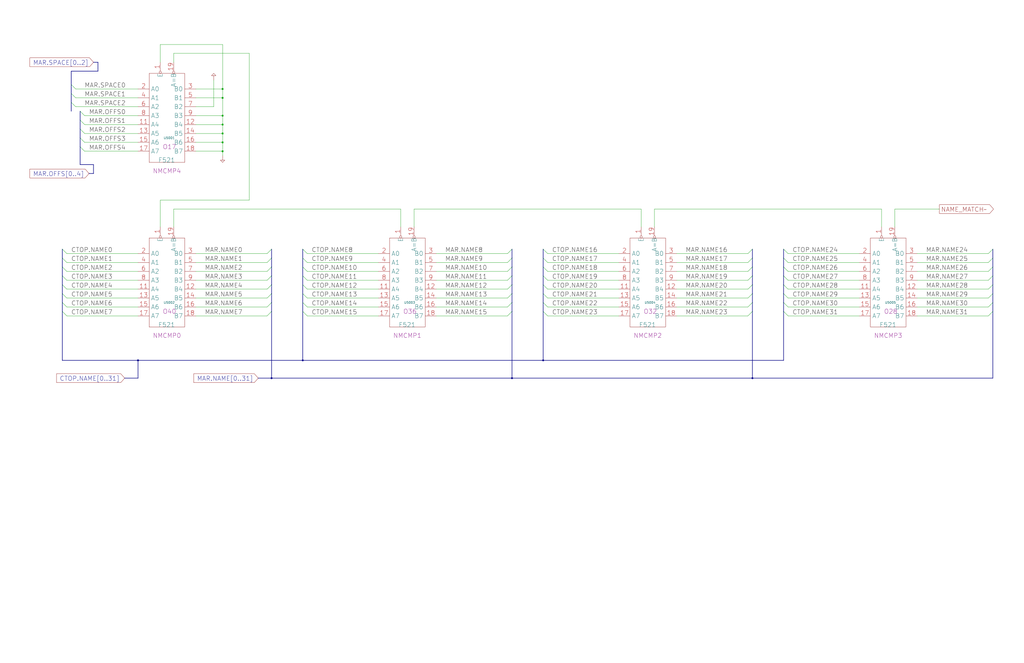
<source format=kicad_sch>
(kicad_sch (version 20250114) (generator "eeschema") (generator_version "9.0")
  (paper "User" 584.2 378.46)
  (title_block (title "CSA NAME COMPARE") (date "20-MAR-90") (rev "1.0") (comment 1 "FIU") (comment 2 "232-003065") (comment 3 "S400") (comment 4 "RELEASED"))
  (lib_symbols
    (symbol "r1000:F521" (pin_names (offset 1.016))
      (property "Reference" "U" (at 2.54 5.08 0))
      (property "Value" "F521" (at -3.81 -7.62 0))
      (property "Location" "___" (at -1.27 0 0))
      (property "Name" "______" (at 1.27 -15.24 0))
      (symbol "F521_1_1"
        (rectangle (start -8.89 41.91) (end 11.43 -8.89))
        (circle (center -2.54 42.545) (radius 0.635))
        (circle (center 5.08 42.545) (radius 0.635))
        (pin input line (at -15.24 33.02 0) (length 6.35) (name "A0") (number "2"))
        (pin input line (at -15.24 27.94 0) (length 6.35) (name "A1") (number "4"))
        (pin input line (at -15.24 22.86 0) (length 6.35) (name "A2") (number "6"))
        (pin input line (at -15.24 17.78 0) (length 6.35) (name "A3") (number "8"))
        (pin input line (at -15.24 12.7 0) (length 6.35) (name "A4") (number "11"))
        (pin input line (at -15.24 7.62 0) (length 6.35) (name "A5") (number "13"))
        (pin input line (at -15.24 2.54 0) (length 6.35) (name "A6") (number "15"))
        (pin input line (at -15.24 -2.54 0) (length 6.35) (name "A7") (number "17"))
        (pin input line (at -2.54 48.26 270) (length 5.08) (name "E") (number "1"))
        (pin output line (at 5.08 48.26 270) (length 5.08) (name "A=B") (number "19"))
        (pin input line (at 17.78 33.02 180) (length 6.35) (name "B0") (number "3"))
        (pin input line (at 17.78 27.94 180) (length 6.35) (name "B1") (number "5"))
        (pin input line (at 17.78 22.86 180) (length 6.35) (name "B2") (number "7"))
        (pin input line (at 17.78 17.78 180) (length 6.35) (name "B3") (number "9"))
        (pin input line (at 17.78 12.7 180) (length 6.35) (name "B4") (number "12"))
        (pin input line (at 17.78 7.62 180) (length 6.35) (name "B5") (number "14"))
        (pin input line (at 17.78 2.54 180) (length 6.35) (name "B6") (number "16"))
        (pin input line (at 17.78 -2.54 180) (length 6.35) (name "B7") (number "18"))
      )
    )
    (symbol "r1000:PD" (power) (pin_numbers (hide yes)) (pin_names (hide yes)) (in_bom no)
      (symbol "PD_0_1"
        (polyline (pts (xy 0 -2.54) (xy 1.27 -2.54) (xy 0 -3.81) (xy -1.27 -2.54) (xy 0 -2.54)) (stroke (width 0.1524)))
      )
      (symbol "PD_1_1"
        (pin power_in line (at 0 0 270) (length 2.54) (name "PD") (number "1"))
      )
    )
    (symbol "r1000:PU" (power) (pin_numbers (hide yes)) (pin_names (hide yes))
      (symbol "PU_0_1"
        (polyline (pts (xy 0 2.54) (xy -1.27 2.54) (xy 0 3.81) (xy 1.27 2.54) (xy 0 2.54)) (stroke (width 0.1524)))
      )
      (symbol "PU_1_1"
        (pin power_in line (at 0 0 90) (length 2.54) (name "PU") (number "1"))
      )
    )
  )
  (junction (at 127 81.28))
  (junction (at 127 86.36))
  (junction (at 172.72 205.74))
  (junction (at 127 66.04))
  (junction (at 309.88 205.74))
  (junction (at 127 50.8))
  (junction (at 127 76.2))
  (junction (at 429.26 215.9))
  (junction (at 154.94 215.9))
  (junction (at 292.1 215.9))
  (junction (at 78.74 205.74))
  (junction (at 127 55.88))
  (junction (at 127 71.12))
  (bus_entry (at 172.72 177.8) (size 2.54 2.54))
  (bus_entry (at 429.26 162.56) (size -2.54 2.54))
  (bus_entry (at 429.26 152.4) (size -2.54 2.54))
  (bus_entry (at 566.42 152.4) (size -2.54 2.54))
  (bus_entry (at 292.1 177.8) (size -2.54 2.54))
  (bus_entry (at 309.88 177.8) (size 2.54 2.54))
  (bus_entry (at 447.04 157.48) (size 2.54 2.54))
  (bus_entry (at 309.88 167.64) (size 2.54 2.54))
  (bus_entry (at 40.64 58.42) (size 2.54 2.54))
  (bus_entry (at 154.94 152.4) (size -2.54 2.54))
  (bus_entry (at 566.42 172.72) (size -2.54 2.54))
  (bus_entry (at 45.72 68.58) (size 2.54 2.54))
  (bus_entry (at 566.42 167.64) (size -2.54 2.54))
  (bus_entry (at 447.04 142.24) (size 2.54 2.54))
  (bus_entry (at 447.04 167.64) (size 2.54 2.54))
  (bus_entry (at 447.04 147.32) (size 2.54 2.54))
  (bus_entry (at 45.72 83.82) (size 2.54 2.54))
  (bus_entry (at 35.56 167.64) (size 2.54 2.54))
  (bus_entry (at 309.88 147.32) (size 2.54 2.54))
  (bus_entry (at 154.94 177.8) (size -2.54 2.54))
  (bus_entry (at 447.04 172.72) (size 2.54 2.54))
  (bus_entry (at 154.94 147.32) (size -2.54 2.54))
  (bus_entry (at 292.1 162.56) (size -2.54 2.54))
  (bus_entry (at 292.1 142.24) (size -2.54 2.54))
  (bus_entry (at 40.64 48.26) (size 2.54 2.54))
  (bus_entry (at 35.56 142.24) (size 2.54 2.54))
  (bus_entry (at 172.72 162.56) (size 2.54 2.54))
  (bus_entry (at 45.72 78.74) (size 2.54 2.54))
  (bus_entry (at 447.04 152.4) (size 2.54 2.54))
  (bus_entry (at 35.56 152.4) (size 2.54 2.54))
  (bus_entry (at 566.42 142.24) (size -2.54 2.54))
  (bus_entry (at 292.1 157.48) (size -2.54 2.54))
  (bus_entry (at 154.94 157.48) (size -2.54 2.54))
  (bus_entry (at 172.72 142.24) (size 2.54 2.54))
  (bus_entry (at 566.42 177.8) (size -2.54 2.54))
  (bus_entry (at 154.94 142.24) (size -2.54 2.54))
  (bus_entry (at 429.26 157.48) (size -2.54 2.54))
  (bus_entry (at 172.72 167.64) (size 2.54 2.54))
  (bus_entry (at 154.94 167.64) (size -2.54 2.54))
  (bus_entry (at 429.26 142.24) (size -2.54 2.54))
  (bus_entry (at 309.88 157.48) (size 2.54 2.54))
  (bus_entry (at 447.04 162.56) (size 2.54 2.54))
  (bus_entry (at 309.88 172.72) (size 2.54 2.54))
  (bus_entry (at 40.64 53.34) (size 2.54 2.54))
  (bus_entry (at 35.56 147.32) (size 2.54 2.54))
  (bus_entry (at 172.72 172.72) (size 2.54 2.54))
  (bus_entry (at 154.94 162.56) (size -2.54 2.54))
  (bus_entry (at 154.94 172.72) (size -2.54 2.54))
  (bus_entry (at 45.72 63.5) (size 2.54 2.54))
  (bus_entry (at 35.56 157.48) (size 2.54 2.54))
  (bus_entry (at 566.42 147.32) (size -2.54 2.54))
  (bus_entry (at 429.26 147.32) (size -2.54 2.54))
  (bus_entry (at 309.88 152.4) (size 2.54 2.54))
  (bus_entry (at 292.1 172.72) (size -2.54 2.54))
  (bus_entry (at 429.26 177.8) (size -2.54 2.54))
  (bus_entry (at 566.42 162.56) (size -2.54 2.54))
  (bus_entry (at 292.1 167.64) (size -2.54 2.54))
  (bus_entry (at 429.26 172.72) (size -2.54 2.54))
  (bus_entry (at 35.56 162.56) (size 2.54 2.54))
  (bus_entry (at 566.42 157.48) (size -2.54 2.54))
  (bus_entry (at 172.72 152.4) (size 2.54 2.54))
  (bus_entry (at 447.04 177.8) (size 2.54 2.54))
  (bus_entry (at 309.88 142.24) (size 2.54 2.54))
  (bus_entry (at 172.72 147.32) (size 2.54 2.54))
  (bus_entry (at 172.72 157.48) (size 2.54 2.54))
  (bus_entry (at 309.88 162.56) (size 2.54 2.54))
  (bus_entry (at 45.72 73.66) (size 2.54 2.54))
  (bus_entry (at 35.56 177.8) (size 2.54 2.54))
  (bus_entry (at 35.56 172.72) (size 2.54 2.54))
  (bus_entry (at 292.1 147.32) (size -2.54 2.54))
  (bus_entry (at 429.26 167.64) (size -2.54 2.54))
  (bus_entry (at 292.1 152.4) (size -2.54 2.54))
  (bus (pts (xy 566.42 177.8) (xy 566.42 215.9)))
  (wire (pts (xy 502.92 119.38) (xy 502.92 129.54)))
  (bus (pts (xy 172.72 205.74) (xy 309.88 205.74)))
  (bus (pts (xy 40.64 40.64) (xy 40.64 48.26)))
  (wire (pts (xy 563.88 149.86) (xy 523.24 149.86)))
  (bus (pts (xy 447.04 167.64) (xy 447.04 172.72)))
  (bus (pts (xy 154.94 177.8) (xy 154.94 215.9)))
  (bus (pts (xy 292.1 142.24) (xy 292.1 147.32)))
  (wire (pts (xy 111.76 81.28) (xy 127 81.28)))
  (bus (pts (xy 45.72 68.58) (xy 45.72 73.66)))
  (wire (pts (xy 312.42 165.1) (xy 353.06 165.1)))
  (bus (pts (xy 429.26 167.64) (xy 429.26 172.72)))
  (wire (pts (xy 91.44 114.3) (xy 91.44 129.54)))
  (wire (pts (xy 312.42 149.86) (xy 353.06 149.86)))
  (wire (pts (xy 48.26 66.04) (xy 78.74 66.04)))
  (bus (pts (xy 566.42 172.72) (xy 566.42 177.8)))
  (wire (pts (xy 127 86.36) (xy 127 88.9)))
  (wire (pts (xy 563.88 154.94) (xy 523.24 154.94)))
  (bus (pts (xy 566.42 152.4) (xy 566.42 157.48)))
  (wire (pts (xy 99.06 30.48) (xy 142.24 30.48)))
  (wire (pts (xy 449.58 160.02) (xy 490.22 160.02)))
  (wire (pts (xy 175.26 160.02) (xy 215.9 160.02)))
  (wire (pts (xy 449.58 165.1) (xy 490.22 165.1)))
  (wire (pts (xy 48.26 81.28) (xy 78.74 81.28)))
  (wire (pts (xy 152.4 180.34) (xy 111.76 180.34)))
  (bus (pts (xy 35.56 205.74) (xy 78.74 205.74)))
  (bus (pts (xy 35.56 172.72) (xy 35.56 177.8)))
  (wire (pts (xy 152.4 170.18) (xy 111.76 170.18)))
  (wire (pts (xy 426.72 180.34) (xy 386.08 180.34)))
  (wire (pts (xy 289.56 175.26) (xy 248.92 175.26)))
  (wire (pts (xy 38.1 154.94) (xy 78.74 154.94)))
  (wire (pts (xy 312.42 180.34) (xy 353.06 180.34)))
  (wire (pts (xy 152.4 165.1) (xy 111.76 165.1)))
  (bus (pts (xy 78.74 215.9) (xy 78.74 205.74)))
  (bus (pts (xy 71.12 215.9) (xy 78.74 215.9)))
  (bus (pts (xy 78.74 205.74) (xy 172.72 205.74)))
  (wire (pts (xy 111.76 76.2) (xy 127 76.2)))
  (wire (pts (xy 38.1 144.78) (xy 78.74 144.78)))
  (wire (pts (xy 289.56 154.94) (xy 248.92 154.94)))
  (bus (pts (xy 309.88 172.72) (xy 309.88 177.8)))
  (wire (pts (xy 38.1 149.86) (xy 78.74 149.86)))
  (bus (pts (xy 429.26 162.56) (xy 429.26 167.64)))
  (wire (pts (xy 563.88 170.18) (xy 523.24 170.18)))
  (bus (pts (xy 35.56 157.48) (xy 35.56 162.56)))
  (wire (pts (xy 563.88 180.34) (xy 523.24 180.34)))
  (wire (pts (xy 312.42 170.18) (xy 353.06 170.18)))
  (bus (pts (xy 447.04 152.4) (xy 447.04 157.48)))
  (bus (pts (xy 309.88 147.32) (xy 309.88 152.4)))
  (wire (pts (xy 312.42 160.02) (xy 353.06 160.02)))
  (wire (pts (xy 38.1 170.18) (xy 78.74 170.18)))
  (bus (pts (xy 45.72 83.82) (xy 45.72 93.98)))
  (wire (pts (xy 91.44 114.3) (xy 142.24 114.3)))
  (wire (pts (xy 175.26 180.34) (xy 215.9 180.34)))
  (bus (pts (xy 35.56 177.8) (xy 35.56 205.74)))
  (bus (pts (xy 172.72 142.24) (xy 172.72 147.32)))
  (wire (pts (xy 127 71.12) (xy 127 76.2)))
  (bus (pts (xy 309.88 162.56) (xy 309.88 167.64)))
  (bus (pts (xy 45.72 63.5) (xy 45.72 68.58)))
  (bus (pts (xy 309.88 152.4) (xy 309.88 157.48)))
  (wire (pts (xy 152.4 160.02) (xy 111.76 160.02)))
  (bus (pts (xy 45.72 73.66) (xy 45.72 78.74)))
  (wire (pts (xy 312.42 144.78) (xy 353.06 144.78)))
  (bus (pts (xy 35.56 142.24) (xy 35.56 147.32)))
  (wire (pts (xy 563.88 175.26) (xy 523.24 175.26)))
  (bus (pts (xy 292.1 215.9) (xy 429.26 215.9)))
  (bus (pts (xy 429.26 152.4) (xy 429.26 157.48)))
  (bus (pts (xy 40.64 53.34) (xy 40.64 58.42)))
  (bus (pts (xy 35.56 167.64) (xy 35.56 172.72)))
  (wire (pts (xy 289.56 170.18) (xy 248.92 170.18)))
  (bus (pts (xy 172.72 177.8) (xy 172.72 205.74)))
  (wire (pts (xy 111.76 50.8) (xy 127 50.8)))
  (wire (pts (xy 99.06 129.54) (xy 99.06 119.38)))
  (wire (pts (xy 449.58 175.26) (xy 490.22 175.26)))
  (bus (pts (xy 447.04 142.24) (xy 447.04 147.32)))
  (wire (pts (xy 152.4 149.86) (xy 111.76 149.86)))
  (wire (pts (xy 48.26 76.2) (xy 78.74 76.2)))
  (bus (pts (xy 429.26 215.9) (xy 566.42 215.9)))
  (wire (pts (xy 365.76 119.38) (xy 365.76 129.54)))
  (bus (pts (xy 53.34 93.98) (xy 45.72 93.98)))
  (wire (pts (xy 99.06 35.56) (xy 99.06 30.48)))
  (bus (pts (xy 566.42 147.32) (xy 566.42 152.4)))
  (bus (pts (xy 429.26 157.48) (xy 429.26 162.56)))
  (bus (pts (xy 55.88 40.64) (xy 40.64 40.64)))
  (bus (pts (xy 566.42 167.64) (xy 566.42 172.72)))
  (bus (pts (xy 566.42 162.56) (xy 566.42 167.64)))
  (wire (pts (xy 175.26 170.18) (xy 215.9 170.18)))
  (bus (pts (xy 172.72 152.4) (xy 172.72 157.48)))
  (bus (pts (xy 429.26 172.72) (xy 429.26 177.8)))
  (wire (pts (xy 43.18 60.96) (xy 78.74 60.96)))
  (wire (pts (xy 426.72 149.86) (xy 386.08 149.86)))
  (bus (pts (xy 447.04 172.72) (xy 447.04 177.8)))
  (wire (pts (xy 236.22 119.38) (xy 365.76 119.38)))
  (wire (pts (xy 152.4 154.94) (xy 111.76 154.94)))
  (wire (pts (xy 175.26 175.26) (xy 215.9 175.26)))
  (bus (pts (xy 154.94 215.9) (xy 292.1 215.9)))
  (bus (pts (xy 35.56 147.32) (xy 35.56 152.4)))
  (wire (pts (xy 563.88 160.02) (xy 523.24 160.02)))
  (wire (pts (xy 449.58 149.86) (xy 490.22 149.86)))
  (wire (pts (xy 91.44 35.56) (xy 91.44 25.4)))
  (bus (pts (xy 429.26 177.8) (xy 429.26 215.9)))
  (bus (pts (xy 292.1 167.64) (xy 292.1 172.72)))
  (wire (pts (xy 43.18 55.88) (xy 78.74 55.88)))
  (wire (pts (xy 449.58 154.94) (xy 490.22 154.94)))
  (bus (pts (xy 292.1 152.4) (xy 292.1 157.48)))
  (bus (pts (xy 292.1 147.32) (xy 292.1 152.4)))
  (bus (pts (xy 35.56 162.56) (xy 35.56 167.64)))
  (wire (pts (xy 426.72 160.02) (xy 386.08 160.02)))
  (bus (pts (xy 154.94 157.48) (xy 154.94 162.56)))
  (bus (pts (xy 429.26 142.24) (xy 429.26 147.32)))
  (wire (pts (xy 175.26 154.94) (xy 215.9 154.94)))
  (wire (pts (xy 312.42 175.26) (xy 353.06 175.26)))
  (bus (pts (xy 447.04 177.8) (xy 447.04 205.74)))
  (bus (pts (xy 172.72 157.48) (xy 172.72 162.56)))
  (wire (pts (xy 38.1 165.1) (xy 78.74 165.1)))
  (wire (pts (xy 38.1 175.26) (xy 78.74 175.26)))
  (wire (pts (xy 111.76 66.04) (xy 127 66.04)))
  (wire (pts (xy 127 55.88) (xy 127 66.04)))
  (bus (pts (xy 154.94 142.24) (xy 154.94 147.32)))
  (wire (pts (xy 510.54 129.54) (xy 510.54 119.38)))
  (bus (pts (xy 35.56 152.4) (xy 35.56 157.48)))
  (wire (pts (xy 127 76.2) (xy 127 81.28)))
  (bus (pts (xy 50.8 99.06) (xy 53.34 99.06)))
  (wire (pts (xy 289.56 160.02) (xy 248.92 160.02)))
  (bus (pts (xy 55.88 35.56) (xy 55.88 40.64)))
  (bus (pts (xy 309.88 157.48) (xy 309.88 162.56)))
  (wire (pts (xy 99.06 119.38) (xy 228.6 119.38)))
  (bus (pts (xy 309.88 167.64) (xy 309.88 172.72)))
  (wire (pts (xy 48.26 71.12) (xy 78.74 71.12)))
  (wire (pts (xy 111.76 86.36) (xy 127 86.36)))
  (wire (pts (xy 289.56 165.1) (xy 248.92 165.1)))
  (bus (pts (xy 309.88 142.24) (xy 309.88 147.32)))
  (bus (pts (xy 172.72 162.56) (xy 172.72 167.64)))
  (wire (pts (xy 228.6 119.38) (xy 228.6 129.54)))
  (wire (pts (xy 289.56 144.78) (xy 248.92 144.78)))
  (wire (pts (xy 373.38 129.54) (xy 373.38 119.38)))
  (bus (pts (xy 292.1 162.56) (xy 292.1 167.64)))
  (wire (pts (xy 449.58 170.18) (xy 490.22 170.18)))
  (wire (pts (xy 152.4 175.26) (xy 111.76 175.26)))
  (wire (pts (xy 127 25.4) (xy 127 50.8)))
  (bus (pts (xy 566.42 157.48) (xy 566.42 162.56)))
  (wire (pts (xy 426.72 175.26) (xy 386.08 175.26)))
  (wire (pts (xy 152.4 144.78) (xy 111.76 144.78)))
  (wire (pts (xy 289.56 180.34) (xy 248.92 180.34)))
  (wire (pts (xy 175.26 149.86) (xy 215.9 149.86)))
  (bus (pts (xy 566.42 142.24) (xy 566.42 147.32)))
  (bus (pts (xy 309.88 177.8) (xy 309.88 205.74)))
  (wire (pts (xy 175.26 165.1) (xy 215.9 165.1)))
  (wire (pts (xy 48.26 86.36) (xy 78.74 86.36)))
  (wire (pts (xy 127 50.8) (xy 127 55.88)))
  (wire (pts (xy 426.72 165.1) (xy 386.08 165.1)))
  (wire (pts (xy 111.76 60.96) (xy 121.92 60.96)))
  (wire (pts (xy 236.22 129.54) (xy 236.22 119.38)))
  (wire (pts (xy 563.88 144.78) (xy 523.24 144.78)))
  (bus (pts (xy 53.34 99.06) (xy 53.34 93.98)))
  (wire (pts (xy 510.54 119.38) (xy 535.94 119.38)))
  (bus (pts (xy 172.72 147.32) (xy 172.72 152.4)))
  (wire (pts (xy 449.58 144.78) (xy 490.22 144.78)))
  (bus (pts (xy 154.94 162.56) (xy 154.94 167.64)))
  (wire (pts (xy 38.1 180.34) (xy 78.74 180.34)))
  (wire (pts (xy 121.92 60.96) (xy 121.92 45.72)))
  (bus (pts (xy 447.04 162.56) (xy 447.04 167.64)))
  (bus (pts (xy 40.64 48.26) (xy 40.64 53.34)))
  (bus (pts (xy 154.94 172.72) (xy 154.94 177.8)))
  (wire (pts (xy 43.18 50.8) (xy 78.74 50.8)))
  (bus (pts (xy 154.94 152.4) (xy 154.94 157.48)))
  (bus (pts (xy 447.04 147.32) (xy 447.04 152.4)))
  (bus (pts (xy 45.72 78.74) (xy 45.72 83.82)))
  (bus (pts (xy 292.1 177.8) (xy 292.1 215.9)))
  (wire (pts (xy 38.1 160.02) (xy 78.74 160.02)))
  (bus (pts (xy 429.26 147.32) (xy 429.26 152.4)))
  (wire (pts (xy 426.72 170.18) (xy 386.08 170.18)))
  (wire (pts (xy 142.24 30.48) (xy 142.24 114.3)))
  (wire (pts (xy 426.72 154.94) (xy 386.08 154.94)))
  (bus (pts (xy 292.1 172.72) (xy 292.1 177.8)))
  (wire (pts (xy 449.58 180.34) (xy 490.22 180.34)))
  (bus (pts (xy 53.34 35.56) (xy 55.88 35.56)))
  (wire (pts (xy 127 66.04) (xy 127 71.12)))
  (bus (pts (xy 447.04 205.74) (xy 309.88 205.74)))
  (wire (pts (xy 111.76 55.88) (xy 127 55.88)))
  (bus (pts (xy 40.64 58.42) (xy 40.64 63.5)))
  (bus (pts (xy 447.04 157.48) (xy 447.04 162.56)))
  (wire (pts (xy 175.26 144.78) (xy 215.9 144.78)))
  (wire (pts (xy 111.76 71.12) (xy 127 71.12)))
  (bus (pts (xy 154.94 147.32) (xy 154.94 152.4)))
  (bus (pts (xy 292.1 157.48) (xy 292.1 162.56)))
  (wire (pts (xy 91.44 25.4) (xy 127 25.4)))
  (wire (pts (xy 127 81.28) (xy 127 86.36)))
  (bus (pts (xy 154.94 167.64) (xy 154.94 172.72)))
  (wire (pts (xy 426.72 144.78) (xy 386.08 144.78)))
  (wire (pts (xy 312.42 154.94) (xy 353.06 154.94)))
  (bus (pts (xy 172.72 172.72) (xy 172.72 177.8)))
  (wire (pts (xy 289.56 149.86) (xy 248.92 149.86)))
  (bus (pts (xy 172.72 167.64) (xy 172.72 172.72)))
  (wire (pts (xy 373.38 119.38) (xy 502.92 119.38)))
  (bus (pts (xy 147.32 215.9) (xy 154.94 215.9)))
  (wire (pts (xy 563.88 165.1) (xy 523.24 165.1)))
  (label "MAR.OFFS3" (at 50.8 81.28 0) (effects (font (size 2.54 2.54))))
  (label "MAR.NAME12" (at 254 165.1 0) (effects (font (size 2.54 2.54))))
  (label "MAR.SPACE0" (at 48.26 50.8 0) (effects (font (size 2.54 2.54))))
  (label "MAR.NAME5" (at 116.84 170.18 0) (effects (font (size 2.54 2.54))))
  (label "MAR.NAME7" (at 116.84 180.34 0) (effects (font (size 2.54 2.54))))
  (label "MAR.SPACE2" (at 48.26 60.96 0) (effects (font (size 2.54 2.54))))
  (label "CTOP.NAME7" (at 40.64 180.34 0) (effects (font (size 2.54 2.54))))
  (label "CTOP.NAME18" (at 314.96 154.94 0) (effects (font (size 2.54 2.54))))
  (label "MAR.OFFS2" (at 50.8 76.2 0) (effects (font (size 2.54 2.54))))
  (label "MAR.NAME25" (at 528.32 149.86 0) (effects (font (size 2.54 2.54))))
  (label "CTOP.NAME31" (at 452.12 180.34 0) (effects (font (size 2.54 2.54))))
  (label "MAR.NAME11" (at 254 160.02 0) (effects (font (size 2.54 2.54))))
  (label "MAR.NAME27" (at 528.32 160.02 0) (effects (font (size 2.54 2.54))))
  (label "CTOP.NAME20" (at 314.96 165.1 0) (effects (font (size 2.54 2.54))))
  (label "MAR.OFFS4" (at 50.8 86.36 0) (effects (font (size 2.54 2.54))))
  (label "CTOP.NAME3" (at 40.64 160.02 0) (effects (font (size 2.54 2.54))))
  (label "MAR.NAME8" (at 254 144.78 0) (effects (font (size 2.54 2.54))))
  (label "CTOP.NAME28" (at 452.12 165.1 0) (effects (font (size 2.54 2.54))))
  (label "CTOP.NAME25" (at 452.12 149.86 0) (effects (font (size 2.54 2.54))))
  (label "MAR.NAME23" (at 391.16 180.34 0) (effects (font (size 2.54 2.54))))
  (label "MAR.NAME20" (at 391.16 165.1 0) (effects (font (size 2.54 2.54))))
  (label "MAR.NAME14" (at 254 175.26 0) (effects (font (size 2.54 2.54))))
  (label "CTOP.NAME17" (at 314.96 149.86 0) (effects (font (size 2.54 2.54))))
  (label "CTOP.NAME11" (at 177.8 160.02 0) (effects (font (size 2.54 2.54))))
  (label "CTOP.NAME21" (at 314.96 170.18 0) (effects (font (size 2.54 2.54))))
  (label "MAR.NAME31" (at 528.32 180.34 0) (effects (font (size 2.54 2.54))))
  (label "MAR.NAME26" (at 528.32 154.94 0) (effects (font (size 2.54 2.54))))
  (label "CTOP.NAME30" (at 452.12 175.26 0) (effects (font (size 2.54 2.54))))
  (label "CTOP.NAME6" (at 40.64 175.26 0) (effects (font (size 2.54 2.54))))
  (label "CTOP.NAME12" (at 177.8 165.1 0) (effects (font (size 2.54 2.54))))
  (label "CTOP.NAME2" (at 40.64 154.94 0) (effects (font (size 2.54 2.54))))
  (label "CTOP.NAME0" (at 40.64 144.78 0) (effects (font (size 2.54 2.54))))
  (label "CTOP.NAME16" (at 314.96 144.78 0) (effects (font (size 2.54 2.54))))
  (label "MAR.NAME10" (at 254 154.94 0) (effects (font (size 2.54 2.54))))
  (label "CTOP.NAME10" (at 177.8 154.94 0) (effects (font (size 2.54 2.54))))
  (label "MAR.NAME21" (at 391.16 170.18 0) (effects (font (size 2.54 2.54))))
  (label "CTOP.NAME14" (at 177.8 175.26 0) (effects (font (size 2.54 2.54))))
  (label "MAR.NAME28" (at 528.32 165.1 0) (effects (font (size 2.54 2.54))))
  (label "CTOP.NAME23" (at 314.96 180.34 0) (effects (font (size 2.54 2.54))))
  (label "CTOP.NAME1" (at 40.64 149.86 0) (effects (font (size 2.54 2.54))))
  (label "MAR.NAME0" (at 116.84 144.78 0) (effects (font (size 2.54 2.54))))
  (label "CTOP.NAME19" (at 314.96 160.02 0) (effects (font (size 2.54 2.54))))
  (label "MAR.NAME24" (at 528.32 144.78 0) (effects (font (size 2.54 2.54))))
  (label "MAR.NAME30" (at 528.32 175.26 0) (effects (font (size 2.54 2.54))))
  (label "MAR.NAME3" (at 116.84 160.02 0) (effects (font (size 2.54 2.54))))
  (label "CTOP.NAME9" (at 177.8 149.86 0) (effects (font (size 2.54 2.54))))
  (label "CTOP.NAME4" (at 40.64 165.1 0) (effects (font (size 2.54 2.54))))
  (label "MAR.SPACE1" (at 48.26 55.88 0) (effects (font (size 2.54 2.54))))
  (label "MAR.NAME2" (at 116.84 154.94 0) (effects (font (size 2.54 2.54))))
  (label "MAR.NAME16" (at 391.16 144.78 0) (effects (font (size 2.54 2.54))))
  (label "MAR.OFFS0" (at 50.8 66.04 0) (effects (font (size 2.54 2.54))))
  (label "MAR.NAME13" (at 254 170.18 0) (effects (font (size 2.54 2.54))))
  (label "MAR.NAME19" (at 391.16 160.02 0) (effects (font (size 2.54 2.54))))
  (label "MAR.NAME9" (at 254 149.86 0) (effects (font (size 2.54 2.54))))
  (label "MAR.NAME1" (at 116.84 149.86 0) (effects (font (size 2.54 2.54))))
  (label "MAR.NAME18" (at 391.16 154.94 0) (effects (font (size 2.54 2.54))))
  (label "CTOP.NAME5" (at 40.64 170.18 0) (effects (font (size 2.54 2.54))))
  (label "MAR.NAME22" (at 391.16 175.26 0) (effects (font (size 2.54 2.54))))
  (label "CTOP.NAME22" (at 314.96 175.26 0) (effects (font (size 2.54 2.54))))
  (label "CTOP.NAME27" (at 452.12 160.02 0) (effects (font (size 2.54 2.54))))
  (label "CTOP.NAME26" (at 452.12 154.94 0) (effects (font (size 2.54 2.54))))
  (label "CTOP.NAME15" (at 177.8 180.34 0) (effects (font (size 2.54 2.54))))
  (label "MAR.OFFS1" (at 50.8 71.12 0) (effects (font (size 2.54 2.54))))
  (label "MAR.NAME17" (at 391.16 149.86 0) (effects (font (size 2.54 2.54))))
  (label "CTOP.NAME13" (at 177.8 170.18 0) (effects (font (size 2.54 2.54))))
  (label "CTOP.NAME8" (at 177.8 144.78 0) (effects (font (size 2.54 2.54))))
  (label "MAR.NAME15" (at 254 180.34 0) (effects (font (size 2.54 2.54))))
  (label "MAR.NAME4" (at 116.84 165.1 0) (effects (font (size 2.54 2.54))))
  (label "MAR.NAME6" (at 116.84 175.26 0) (effects (font (size 2.54 2.54))))
  (label "CTOP.NAME29" (at 452.12 170.18 0) (effects (font (size 2.54 2.54))))
  (label "CTOP.NAME24" (at 452.12 144.78 0) (effects (font (size 2.54 2.54))))
  (label "MAR.NAME29" (at 528.32 170.18 0) (effects (font (size 2.54 2.54))))
  (global_label "NAME_MATCH~" (shape output) (at 535.94 119.38 0) (effects (font (size 2.54 2.54))) (property "Intersheetrefs" "${INTERSHEET_REFS}" (at 566.7708 119.2213 0) (effects (font (size 1.905 1.905)) (justify left))))
  (global_label "MAR.SPACE[0..2]" (shape input) (at 53.34 35.56 180) (effects (font (size 2.54 2.54))) (property "Intersheetrefs" "${INTERSHEET_REFS}" (at 17.0664 35.4013 0) (effects (font (size 1.905 1.905)) (justify right))))
  (global_label "MAR.OFFS[0..4]" (shape input) (at 50.8 99.06 180) (effects (font (size 2.54 2.54))) (property "Intersheetrefs" "${INTERSHEET_REFS}" (at 17.0664 98.9013 0) (effects (font (size 1.905 1.905)) (justify right))))
  (global_label "MAR.NAME[0..31]" (shape input) (at 147.32 215.9 180) (effects (font (size 2.54 2.54))) (property "Intersheetrefs" "${INTERSHEET_REFS}" (at 110.5626 215.7413 0) (effects (font (size 1.905 1.905)) (justify right))))
  (global_label "CTOP.NAME[0..31]" (shape input) (at 71.12 215.9 180) (effects (font (size 2.54 2.54))) (property "Intersheetrefs" "${INTERSHEET_REFS}" (at 32.3064 215.7413 0) (effects (font (size 1.905 1.905)) (justify right))))
  (symbol (lib_id "r1000:F521") (at 505.46 177.8 0) (unit 1)
    (property "Reference" "U5005" (at 508 172.72 0))
    (property "Value" "F521" (at 501.65 185.42 0) (effects (font (size 2.54 2.54)) (justify left)))
    (property "Location" "O28" (at 504.19 177.8 0) (effects (font (size 2.54 2.54)) (justify left)))
    (property "Name" "NMCMP3" (at 506.73 193.04 0) (effects (font (size 2.54 2.54)) (justify bottom)))
  )
  (symbol (lib_id "r1000:F521") (at 93.98 83.82 0) (unit 1)
    (property "Reference" "U5001" (at 96.52 78.74 0))
    (property "Value" "F521" (at 90.17 91.44 0) (effects (font (size 2.54 2.54)) (justify left)))
    (property "Location" "O17" (at 92.71 83.82 0) (effects (font (size 2.54 2.54)) (justify left)))
    (property "Name" "NMCMP4" (at 95.25 99.06 0) (effects (font (size 2.54 2.54)) (justify bottom)))
  )
  (symbol (lib_id "r1000:F521") (at 231.14 177.8 0) (unit 1)
    (property "Reference" "U5003" (at 233.68 172.72 0))
    (property "Value" "F521" (at 227.33 185.42 0) (effects (font (size 2.54 2.54)) (justify left)))
    (property "Location" "O36" (at 229.87 177.8 0) (effects (font (size 2.54 2.54)) (justify left)))
    (property "Name" "NMCMP1" (at 232.41 193.04 0) (effects (font (size 2.54 2.54)) (justify bottom)))
  )
  (symbol (lib_id "r1000:F521") (at 368.3 177.8 0) (unit 1)
    (property "Reference" "U5004" (at 370.84 172.72 0))
    (property "Value" "F521" (at 364.49 185.42 0) (effects (font (size 2.54 2.54)) (justify left)))
    (property "Location" "O32" (at 367.03 177.8 0) (effects (font (size 2.54 2.54)) (justify left)))
    (property "Name" "NMCMP2" (at 369.57 193.04 0) (effects (font (size 2.54 2.54)) (justify bottom)))
  )
  (symbol (lib_id "r1000:F521") (at 93.98 177.8 0) (unit 1)
    (property "Reference" "U5002" (at 96.52 172.72 0))
    (property "Value" "F521" (at 90.17 185.42 0) (effects (font (size 2.54 2.54)) (justify left)))
    (property "Location" "O40" (at 92.71 177.8 0) (effects (font (size 2.54 2.54)) (justify left)))
    (property "Name" "NMCMP0" (at 95.25 193.04 0) (effects (font (size 2.54 2.54)) (justify bottom)))
  )
  (symbol (lib_id "r1000:PD") (at 127 88.9 0) (unit 1) (in_bom no)
    (property "Reference" "#PWR05001" (effects (hide yes)))
    (property "Value" "PD" (effects (hide yes)))
  )
  (symbol (lib_id "r1000:PU") (at 121.92 45.72 0) (unit 1)
    (property "Reference" "#PWR05002" (effects (hide yes)))
    (property "Value" "PU" (effects (hide yes)))
  )
)
</source>
